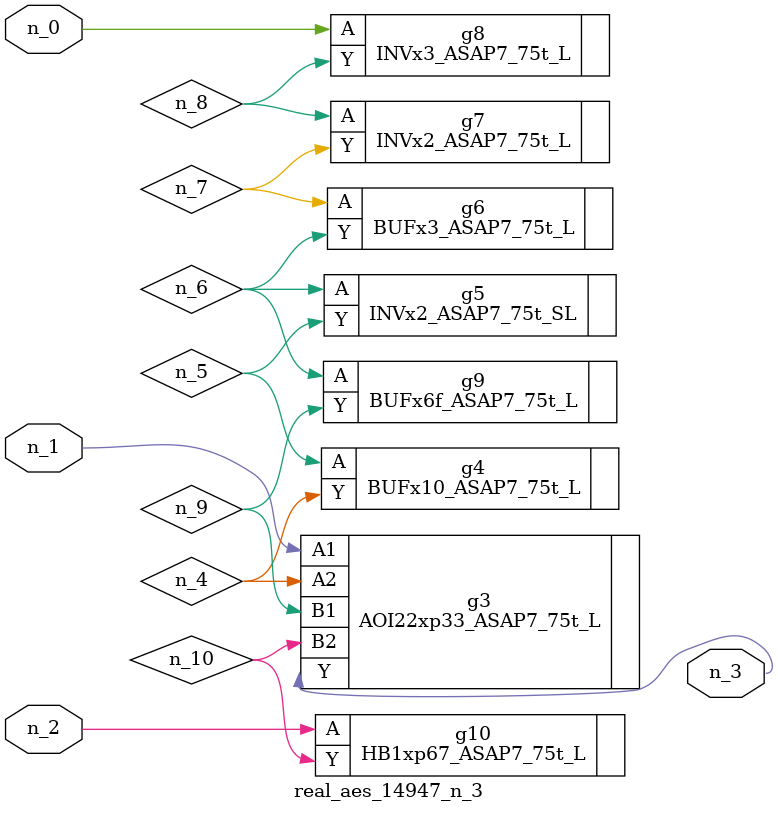
<source format=v>
module real_aes_14947_n_3 (n_0, n_2, n_1, n_3);
input n_0;
input n_2;
input n_1;
output n_3;
wire n_4;
wire n_5;
wire n_7;
wire n_9;
wire n_6;
wire n_8;
wire n_10;
INVx3_ASAP7_75t_L g8 ( .A(n_0), .Y(n_8) );
AOI22xp33_ASAP7_75t_L g3 ( .A1(n_1), .A2(n_4), .B1(n_9), .B2(n_10), .Y(n_3) );
HB1xp67_ASAP7_75t_L g10 ( .A(n_2), .Y(n_10) );
BUFx10_ASAP7_75t_L g4 ( .A(n_5), .Y(n_4) );
INVx2_ASAP7_75t_SL g5 ( .A(n_6), .Y(n_5) );
BUFx6f_ASAP7_75t_L g9 ( .A(n_6), .Y(n_9) );
BUFx3_ASAP7_75t_L g6 ( .A(n_7), .Y(n_6) );
INVx2_ASAP7_75t_L g7 ( .A(n_8), .Y(n_7) );
endmodule
</source>
